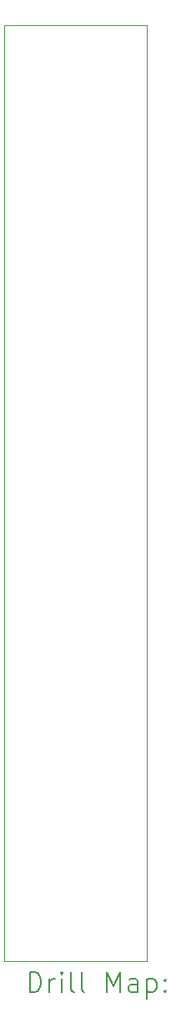
<source format=gbr>
%TF.GenerationSoftware,KiCad,Pcbnew,7.0.7-7.0.7~ubuntu22.04.1*%
%TF.CreationDate,2023-09-23T20:45:54+02:00*%
%TF.ProjectId,Multiple-3x2,4d756c74-6970-46c6-952d-3378322e6b69,rev?*%
%TF.SameCoordinates,Original*%
%TF.FileFunction,Drillmap*%
%TF.FilePolarity,Positive*%
%FSLAX45Y45*%
G04 Gerber Fmt 4.5, Leading zero omitted, Abs format (unit mm)*
G04 Created by KiCad (PCBNEW 7.0.7-7.0.7~ubuntu22.04.1) date 2023-09-23 20:45:54*
%MOMM*%
%LPD*%
G01*
G04 APERTURE LIST*
%ADD10C,0.050000*%
%ADD11C,0.200000*%
G04 APERTURE END LIST*
D10*
X5275000Y-3700000D02*
X6725000Y-3700000D01*
X6725000Y-3700000D02*
X6725000Y-13150000D01*
X5275000Y-13150000D02*
X6725000Y-13150000D01*
X5275000Y-3700000D02*
X5275000Y-13150000D01*
D11*
X5533277Y-13463984D02*
X5533277Y-13263984D01*
X5533277Y-13263984D02*
X5580896Y-13263984D01*
X5580896Y-13263984D02*
X5609467Y-13273508D01*
X5609467Y-13273508D02*
X5628515Y-13292555D01*
X5628515Y-13292555D02*
X5638039Y-13311603D01*
X5638039Y-13311603D02*
X5647562Y-13349698D01*
X5647562Y-13349698D02*
X5647562Y-13378269D01*
X5647562Y-13378269D02*
X5638039Y-13416365D01*
X5638039Y-13416365D02*
X5628515Y-13435412D01*
X5628515Y-13435412D02*
X5609467Y-13454460D01*
X5609467Y-13454460D02*
X5580896Y-13463984D01*
X5580896Y-13463984D02*
X5533277Y-13463984D01*
X5733277Y-13463984D02*
X5733277Y-13330650D01*
X5733277Y-13368746D02*
X5742801Y-13349698D01*
X5742801Y-13349698D02*
X5752324Y-13340174D01*
X5752324Y-13340174D02*
X5771372Y-13330650D01*
X5771372Y-13330650D02*
X5790420Y-13330650D01*
X5857086Y-13463984D02*
X5857086Y-13330650D01*
X5857086Y-13263984D02*
X5847562Y-13273508D01*
X5847562Y-13273508D02*
X5857086Y-13283031D01*
X5857086Y-13283031D02*
X5866610Y-13273508D01*
X5866610Y-13273508D02*
X5857086Y-13263984D01*
X5857086Y-13263984D02*
X5857086Y-13283031D01*
X5980896Y-13463984D02*
X5961848Y-13454460D01*
X5961848Y-13454460D02*
X5952324Y-13435412D01*
X5952324Y-13435412D02*
X5952324Y-13263984D01*
X6085658Y-13463984D02*
X6066610Y-13454460D01*
X6066610Y-13454460D02*
X6057086Y-13435412D01*
X6057086Y-13435412D02*
X6057086Y-13263984D01*
X6314229Y-13463984D02*
X6314229Y-13263984D01*
X6314229Y-13263984D02*
X6380896Y-13406841D01*
X6380896Y-13406841D02*
X6447562Y-13263984D01*
X6447562Y-13263984D02*
X6447562Y-13463984D01*
X6628515Y-13463984D02*
X6628515Y-13359222D01*
X6628515Y-13359222D02*
X6618991Y-13340174D01*
X6618991Y-13340174D02*
X6599943Y-13330650D01*
X6599943Y-13330650D02*
X6561848Y-13330650D01*
X6561848Y-13330650D02*
X6542801Y-13340174D01*
X6628515Y-13454460D02*
X6609467Y-13463984D01*
X6609467Y-13463984D02*
X6561848Y-13463984D01*
X6561848Y-13463984D02*
X6542801Y-13454460D01*
X6542801Y-13454460D02*
X6533277Y-13435412D01*
X6533277Y-13435412D02*
X6533277Y-13416365D01*
X6533277Y-13416365D02*
X6542801Y-13397317D01*
X6542801Y-13397317D02*
X6561848Y-13387793D01*
X6561848Y-13387793D02*
X6609467Y-13387793D01*
X6609467Y-13387793D02*
X6628515Y-13378269D01*
X6723753Y-13330650D02*
X6723753Y-13530650D01*
X6723753Y-13340174D02*
X6742801Y-13330650D01*
X6742801Y-13330650D02*
X6780896Y-13330650D01*
X6780896Y-13330650D02*
X6799943Y-13340174D01*
X6799943Y-13340174D02*
X6809467Y-13349698D01*
X6809467Y-13349698D02*
X6818991Y-13368746D01*
X6818991Y-13368746D02*
X6818991Y-13425888D01*
X6818991Y-13425888D02*
X6809467Y-13444936D01*
X6809467Y-13444936D02*
X6799943Y-13454460D01*
X6799943Y-13454460D02*
X6780896Y-13463984D01*
X6780896Y-13463984D02*
X6742801Y-13463984D01*
X6742801Y-13463984D02*
X6723753Y-13454460D01*
X6904705Y-13444936D02*
X6914229Y-13454460D01*
X6914229Y-13454460D02*
X6904705Y-13463984D01*
X6904705Y-13463984D02*
X6895182Y-13454460D01*
X6895182Y-13454460D02*
X6904705Y-13444936D01*
X6904705Y-13444936D02*
X6904705Y-13463984D01*
X6904705Y-13340174D02*
X6914229Y-13349698D01*
X6914229Y-13349698D02*
X6904705Y-13359222D01*
X6904705Y-13359222D02*
X6895182Y-13349698D01*
X6895182Y-13349698D02*
X6904705Y-13340174D01*
X6904705Y-13340174D02*
X6904705Y-13359222D01*
M02*

</source>
